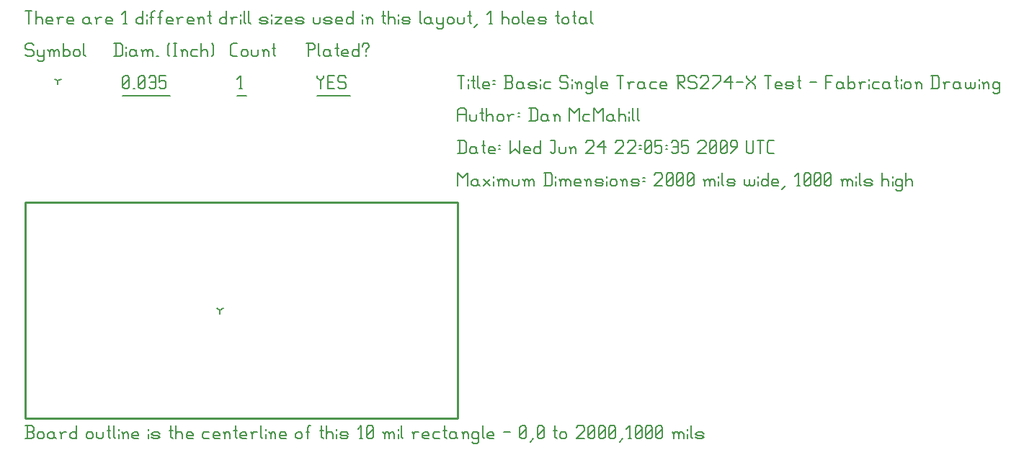
<source format=gbr>
G04 start of page 5 for group -3984 idx -3984 *
G04 Title: Basic Single Trace RS274-X Test, fab *
G04 Creator: pcb 1.99y *
G04 CreationDate: Wed Jun 24 22:05:35 2009 UTC *
G04 For: dan *
G04 Format: Gerber/RS-274X *
G04 PCB-Dimensions: 200000 100000 *
G04 PCB-Coordinate-Origin: lower left *
%MOIN*%
%FSLAX25Y25*%
%LNFAB*%
%ADD14C,0.0080*%
%ADD15C,0.0060*%
%ADD16C,0.0100*%
G54D14*X90000Y50000D02*Y48400D01*
Y50000D02*X91386Y50800D01*
X90000Y50000D02*X88614Y50800D01*
X15000Y156250D02*Y154650D01*
Y156250D02*X16386Y157050D01*
X15000Y156250D02*X13614Y157050D01*
G54D15*X135000Y158500D02*Y157750D01*
X136500Y156250D01*
X138000Y157750D01*
Y158500D02*Y157750D01*
X136500Y156250D02*Y152500D01*
X139801Y155500D02*X142051D01*
X139801Y152500D02*X142801D01*
X139801Y158500D02*Y152500D01*
Y158500D02*X142801D01*
X147603D02*X148353Y157750D01*
X145353Y158500D02*X147603D01*
X144603Y157750D02*X145353Y158500D01*
X144603Y157750D02*Y156250D01*
X145353Y155500D01*
X147603D01*
X148353Y154750D01*
Y153250D01*
X147603Y152500D02*X148353Y153250D01*
X145353Y152500D02*X147603D01*
X144603Y153250D02*X145353Y152500D01*
X135000Y149249D02*X150154D01*
X98750Y152500D02*X100250D01*
X99500Y158500D02*Y152500D01*
X98000Y157000D02*X99500Y158500D01*
X98000Y149249D02*X102051D01*
X45000Y153250D02*X45750Y152500D01*
X45000Y157750D02*Y153250D01*
Y157750D02*X45750Y158500D01*
X47250D01*
X48000Y157750D01*
Y153250D01*
X47250Y152500D02*X48000Y153250D01*
X45750Y152500D02*X47250D01*
X45000Y154000D02*X48000Y157000D01*
X49801Y152500D02*X50551D01*
X52353Y153250D02*X53103Y152500D01*
X52353Y157750D02*Y153250D01*
Y157750D02*X53103Y158500D01*
X54603D01*
X55353Y157750D01*
Y153250D01*
X54603Y152500D02*X55353Y153250D01*
X53103Y152500D02*X54603D01*
X52353Y154000D02*X55353Y157000D01*
X57154Y157750D02*X57904Y158500D01*
X59404D01*
X60154Y157750D01*
Y153250D01*
X59404Y152500D02*X60154Y153250D01*
X57904Y152500D02*X59404D01*
X57154Y153250D02*X57904Y152500D01*
Y155500D02*X60154D01*
X61956Y158500D02*X64956D01*
X61956D02*Y155500D01*
X62706Y156250D01*
X64206D01*
X64956Y155500D01*
Y153250D01*
X64206Y152500D02*X64956Y153250D01*
X62706Y152500D02*X64206D01*
X61956Y153250D02*X62706Y152500D01*
X45000Y149249D02*X66757D01*
X3000Y173500D02*X3750Y172750D01*
X750Y173500D02*X3000D01*
X0Y172750D02*X750Y173500D01*
X0Y172750D02*Y171250D01*
X750Y170500D01*
X3000D01*
X3750Y169750D01*
Y168250D01*
X3000Y167500D02*X3750Y168250D01*
X750Y167500D02*X3000D01*
X0Y168250D02*X750Y167500D01*
X5551Y170500D02*Y168250D01*
X6301Y167500D01*
X8551Y170500D02*Y166000D01*
X7801Y165250D02*X8551Y166000D01*
X6301Y165250D02*X7801D01*
X5551Y166000D02*X6301Y165250D01*
Y167500D02*X7801D01*
X8551Y168250D01*
X11103Y169750D02*Y167500D01*
Y169750D02*X11853Y170500D01*
X12603D01*
X13353Y169750D01*
Y167500D01*
Y169750D02*X14103Y170500D01*
X14853D01*
X15603Y169750D01*
Y167500D01*
X10353Y170500D02*X11103Y169750D01*
X17404Y173500D02*Y167500D01*
Y168250D02*X18154Y167500D01*
X19654D01*
X20404Y168250D01*
Y169750D02*Y168250D01*
X19654Y170500D02*X20404Y169750D01*
X18154Y170500D02*X19654D01*
X17404Y169750D02*X18154Y170500D01*
X22206Y169750D02*Y168250D01*
Y169750D02*X22956Y170500D01*
X24456D01*
X25206Y169750D01*
Y168250D01*
X24456Y167500D02*X25206Y168250D01*
X22956Y167500D02*X24456D01*
X22206Y168250D02*X22956Y167500D01*
X27007Y173500D02*Y168250D01*
X27757Y167500D01*
X41750Y173500D02*Y167500D01*
X44000Y173500D02*X44750Y172750D01*
Y168250D01*
X44000Y167500D02*X44750Y168250D01*
X41000Y167500D02*X44000D01*
X41000Y173500D02*X44000D01*
X46551Y172000D02*Y171250D01*
Y169750D02*Y167500D01*
X50303Y170500D02*X51053Y169750D01*
X48803Y170500D02*X50303D01*
X48053Y169750D02*X48803Y170500D01*
X48053Y169750D02*Y168250D01*
X48803Y167500D01*
X51053Y170500D02*Y168250D01*
X51803Y167500D01*
X48803D02*X50303D01*
X51053Y168250D01*
X54354Y169750D02*Y167500D01*
Y169750D02*X55104Y170500D01*
X55854D01*
X56604Y169750D01*
Y167500D01*
Y169750D02*X57354Y170500D01*
X58104D01*
X58854Y169750D01*
Y167500D01*
X53604Y170500D02*X54354Y169750D01*
X60656Y167500D02*X61406D01*
X65907Y168250D02*X66657Y167500D01*
X65907Y172750D02*X66657Y173500D01*
X65907Y172750D02*Y168250D01*
X68459Y173500D02*X69959D01*
X69209D02*Y167500D01*
X68459D02*X69959D01*
X72510Y169750D02*Y167500D01*
Y169750D02*X73260Y170500D01*
X74010D01*
X74760Y169750D01*
Y167500D01*
X71760Y170500D02*X72510Y169750D01*
X77312Y170500D02*X79562D01*
X76562Y169750D02*X77312Y170500D01*
X76562Y169750D02*Y168250D01*
X77312Y167500D01*
X79562D01*
X81363Y173500D02*Y167500D01*
Y169750D02*X82113Y170500D01*
X83613D01*
X84363Y169750D01*
Y167500D01*
X86165Y173500D02*X86915Y172750D01*
Y168250D01*
X86165Y167500D02*X86915Y168250D01*
X95750Y167500D02*X98000D01*
X95000Y168250D02*X95750Y167500D01*
X95000Y172750D02*Y168250D01*
Y172750D02*X95750Y173500D01*
X98000D01*
X99801Y169750D02*Y168250D01*
Y169750D02*X100551Y170500D01*
X102051D01*
X102801Y169750D01*
Y168250D01*
X102051Y167500D02*X102801Y168250D01*
X100551Y167500D02*X102051D01*
X99801Y168250D02*X100551Y167500D01*
X104603Y170500D02*Y168250D01*
X105353Y167500D01*
X106853D01*
X107603Y168250D01*
Y170500D02*Y168250D01*
X110154Y169750D02*Y167500D01*
Y169750D02*X110904Y170500D01*
X111654D01*
X112404Y169750D01*
Y167500D01*
X109404Y170500D02*X110154Y169750D01*
X114956Y173500D02*Y168250D01*
X115706Y167500D01*
X114206Y171250D02*X115706D01*
X130750Y173500D02*Y167500D01*
X130000Y173500D02*X133000D01*
X133750Y172750D01*
Y171250D01*
X133000Y170500D02*X133750Y171250D01*
X130750Y170500D02*X133000D01*
X135551Y173500D02*Y168250D01*
X136301Y167500D01*
X140053Y170500D02*X140803Y169750D01*
X138553Y170500D02*X140053D01*
X137803Y169750D02*X138553Y170500D01*
X137803Y169750D02*Y168250D01*
X138553Y167500D01*
X140803Y170500D02*Y168250D01*
X141553Y167500D01*
X138553D02*X140053D01*
X140803Y168250D01*
X144104Y173500D02*Y168250D01*
X144854Y167500D01*
X143354Y171250D02*X144854D01*
X147106Y167500D02*X149356D01*
X146356Y168250D02*X147106Y167500D01*
X146356Y169750D02*Y168250D01*
Y169750D02*X147106Y170500D01*
X148606D01*
X149356Y169750D01*
X146356Y169000D02*X149356D01*
Y169750D02*Y169000D01*
X154157Y173500D02*Y167500D01*
X153407D02*X154157Y168250D01*
X151907Y167500D02*X153407D01*
X151157Y168250D02*X151907Y167500D01*
X151157Y169750D02*Y168250D01*
Y169750D02*X151907Y170500D01*
X153407D01*
X154157Y169750D01*
X157459Y170500D02*Y169750D01*
Y168250D02*Y167500D01*
X155959Y172750D02*Y172000D01*
Y172750D02*X156709Y173500D01*
X158209D01*
X158959Y172750D01*
Y172000D01*
X157459Y170500D02*X158959Y172000D01*
X0Y188500D02*X3000D01*
X1500D02*Y182500D01*
X4801Y188500D02*Y182500D01*
Y184750D02*X5551Y185500D01*
X7051D01*
X7801Y184750D01*
Y182500D01*
X10353D02*X12603D01*
X9603Y183250D02*X10353Y182500D01*
X9603Y184750D02*Y183250D01*
Y184750D02*X10353Y185500D01*
X11853D01*
X12603Y184750D01*
X9603Y184000D02*X12603D01*
Y184750D02*Y184000D01*
X15154Y184750D02*Y182500D01*
Y184750D02*X15904Y185500D01*
X17404D01*
X14404D02*X15154Y184750D01*
X19956Y182500D02*X22206D01*
X19206Y183250D02*X19956Y182500D01*
X19206Y184750D02*Y183250D01*
Y184750D02*X19956Y185500D01*
X21456D01*
X22206Y184750D01*
X19206Y184000D02*X22206D01*
Y184750D02*Y184000D01*
X28957Y185500D02*X29707Y184750D01*
X27457Y185500D02*X28957D01*
X26707Y184750D02*X27457Y185500D01*
X26707Y184750D02*Y183250D01*
X27457Y182500D01*
X29707Y185500D02*Y183250D01*
X30457Y182500D01*
X27457D02*X28957D01*
X29707Y183250D01*
X33009Y184750D02*Y182500D01*
Y184750D02*X33759Y185500D01*
X35259D01*
X32259D02*X33009Y184750D01*
X37810Y182500D02*X40060D01*
X37060Y183250D02*X37810Y182500D01*
X37060Y184750D02*Y183250D01*
Y184750D02*X37810Y185500D01*
X39310D01*
X40060Y184750D01*
X37060Y184000D02*X40060D01*
Y184750D02*Y184000D01*
X45312Y182500D02*X46812D01*
X46062Y188500D02*Y182500D01*
X44562Y187000D02*X46062Y188500D01*
X54313D02*Y182500D01*
X53563D02*X54313Y183250D01*
X52063Y182500D02*X53563D01*
X51313Y183250D02*X52063Y182500D01*
X51313Y184750D02*Y183250D01*
Y184750D02*X52063Y185500D01*
X53563D01*
X54313Y184750D01*
X56115Y187000D02*Y186250D01*
Y184750D02*Y182500D01*
X58366Y187750D02*Y182500D01*
Y187750D02*X59116Y188500D01*
X59866D01*
X57616Y185500D02*X59116D01*
X62118Y187750D02*Y182500D01*
Y187750D02*X62868Y188500D01*
X63618D01*
X61368Y185500D02*X62868D01*
X65869Y182500D02*X68119D01*
X65119Y183250D02*X65869Y182500D01*
X65119Y184750D02*Y183250D01*
Y184750D02*X65869Y185500D01*
X67369D01*
X68119Y184750D01*
X65119Y184000D02*X68119D01*
Y184750D02*Y184000D01*
X70671Y184750D02*Y182500D01*
Y184750D02*X71421Y185500D01*
X72921D01*
X69921D02*X70671Y184750D01*
X75472Y182500D02*X77722D01*
X74722Y183250D02*X75472Y182500D01*
X74722Y184750D02*Y183250D01*
Y184750D02*X75472Y185500D01*
X76972D01*
X77722Y184750D01*
X74722Y184000D02*X77722D01*
Y184750D02*Y184000D01*
X80274Y184750D02*Y182500D01*
Y184750D02*X81024Y185500D01*
X81774D01*
X82524Y184750D01*
Y182500D01*
X79524Y185500D02*X80274Y184750D01*
X85075Y188500D02*Y183250D01*
X85825Y182500D01*
X84325Y186250D02*X85825D01*
X93027Y188500D02*Y182500D01*
X92277D02*X93027Y183250D01*
X90777Y182500D02*X92277D01*
X90027Y183250D02*X90777Y182500D01*
X90027Y184750D02*Y183250D01*
Y184750D02*X90777Y185500D01*
X92277D01*
X93027Y184750D01*
X95578D02*Y182500D01*
Y184750D02*X96328Y185500D01*
X97828D01*
X94828D02*X95578Y184750D01*
X99630Y187000D02*Y186250D01*
Y184750D02*Y182500D01*
X101131Y188500D02*Y183250D01*
X101881Y182500D01*
X103383Y188500D02*Y183250D01*
X104133Y182500D01*
X109084D02*X111334D01*
X112084Y183250D01*
X111334Y184000D02*X112084Y183250D01*
X109084Y184000D02*X111334D01*
X108334Y184750D02*X109084Y184000D01*
X108334Y184750D02*X109084Y185500D01*
X111334D01*
X112084Y184750D01*
X108334Y183250D02*X109084Y182500D01*
X113886Y187000D02*Y186250D01*
Y184750D02*Y182500D01*
X115387Y185500D02*X118387D01*
X115387Y182500D02*X118387Y185500D01*
X115387Y182500D02*X118387D01*
X120939D02*X123189D01*
X120189Y183250D02*X120939Y182500D01*
X120189Y184750D02*Y183250D01*
Y184750D02*X120939Y185500D01*
X122439D01*
X123189Y184750D01*
X120189Y184000D02*X123189D01*
Y184750D02*Y184000D01*
X125740Y182500D02*X127990D01*
X128740Y183250D01*
X127990Y184000D02*X128740Y183250D01*
X125740Y184000D02*X127990D01*
X124990Y184750D02*X125740Y184000D01*
X124990Y184750D02*X125740Y185500D01*
X127990D01*
X128740Y184750D01*
X124990Y183250D02*X125740Y182500D01*
X133242Y185500D02*Y183250D01*
X133992Y182500D01*
X135492D01*
X136242Y183250D01*
Y185500D02*Y183250D01*
X138793Y182500D02*X141043D01*
X141793Y183250D01*
X141043Y184000D02*X141793Y183250D01*
X138793Y184000D02*X141043D01*
X138043Y184750D02*X138793Y184000D01*
X138043Y184750D02*X138793Y185500D01*
X141043D01*
X141793Y184750D01*
X138043Y183250D02*X138793Y182500D01*
X144345D02*X146595D01*
X143595Y183250D02*X144345Y182500D01*
X143595Y184750D02*Y183250D01*
Y184750D02*X144345Y185500D01*
X145845D01*
X146595Y184750D01*
X143595Y184000D02*X146595D01*
Y184750D02*Y184000D01*
X151396Y188500D02*Y182500D01*
X150646D02*X151396Y183250D01*
X149146Y182500D02*X150646D01*
X148396Y183250D02*X149146Y182500D01*
X148396Y184750D02*Y183250D01*
Y184750D02*X149146Y185500D01*
X150646D01*
X151396Y184750D01*
X155898Y187000D02*Y186250D01*
Y184750D02*Y182500D01*
X158149Y184750D02*Y182500D01*
Y184750D02*X158899Y185500D01*
X159649D01*
X160399Y184750D01*
Y182500D01*
X157399Y185500D02*X158149Y184750D01*
X165651Y188500D02*Y183250D01*
X166401Y182500D01*
X164901Y186250D02*X166401D01*
X167902Y188500D02*Y182500D01*
Y184750D02*X168652Y185500D01*
X170152D01*
X170902Y184750D01*
Y182500D01*
X172704Y187000D02*Y186250D01*
Y184750D02*Y182500D01*
X174955D02*X177205D01*
X177955Y183250D01*
X177205Y184000D02*X177955Y183250D01*
X174955Y184000D02*X177205D01*
X174205Y184750D02*X174955Y184000D01*
X174205Y184750D02*X174955Y185500D01*
X177205D01*
X177955Y184750D01*
X174205Y183250D02*X174955Y182500D01*
X182457Y188500D02*Y183250D01*
X183207Y182500D01*
X186958Y185500D02*X187708Y184750D01*
X185458Y185500D02*X186958D01*
X184708Y184750D02*X185458Y185500D01*
X184708Y184750D02*Y183250D01*
X185458Y182500D01*
X187708Y185500D02*Y183250D01*
X188458Y182500D01*
X185458D02*X186958D01*
X187708Y183250D01*
X190260Y185500D02*Y183250D01*
X191010Y182500D01*
X193260Y185500D02*Y181000D01*
X192510Y180250D02*X193260Y181000D01*
X191010Y180250D02*X192510D01*
X190260Y181000D02*X191010Y180250D01*
Y182500D02*X192510D01*
X193260Y183250D01*
X195061Y184750D02*Y183250D01*
Y184750D02*X195811Y185500D01*
X197311D01*
X198061Y184750D01*
Y183250D01*
X197311Y182500D02*X198061Y183250D01*
X195811Y182500D02*X197311D01*
X195061Y183250D02*X195811Y182500D01*
X199863Y185500D02*Y183250D01*
X200613Y182500D01*
X202113D01*
X202863Y183250D01*
Y185500D02*Y183250D01*
X205414Y188500D02*Y183250D01*
X206164Y182500D01*
X204664Y186250D02*X206164D01*
X207666Y181000D02*X209166Y182500D01*
X214417D02*X215917D01*
X215167Y188500D02*Y182500D01*
X213667Y187000D02*X215167Y188500D01*
X220419D02*Y182500D01*
Y184750D02*X221169Y185500D01*
X222669D01*
X223419Y184750D01*
Y182500D01*
X225220Y184750D02*Y183250D01*
Y184750D02*X225970Y185500D01*
X227470D01*
X228220Y184750D01*
Y183250D01*
X227470Y182500D02*X228220Y183250D01*
X225970Y182500D02*X227470D01*
X225220Y183250D02*X225970Y182500D01*
X230022Y188500D02*Y183250D01*
X230772Y182500D01*
X233023D02*X235273D01*
X232273Y183250D02*X233023Y182500D01*
X232273Y184750D02*Y183250D01*
Y184750D02*X233023Y185500D01*
X234523D01*
X235273Y184750D01*
X232273Y184000D02*X235273D01*
Y184750D02*Y184000D01*
X237825Y182500D02*X240075D01*
X240825Y183250D01*
X240075Y184000D02*X240825Y183250D01*
X237825Y184000D02*X240075D01*
X237075Y184750D02*X237825Y184000D01*
X237075Y184750D02*X237825Y185500D01*
X240075D01*
X240825Y184750D01*
X237075Y183250D02*X237825Y182500D01*
X246076Y188500D02*Y183250D01*
X246826Y182500D01*
X245326Y186250D02*X246826D01*
X248328Y184750D02*Y183250D01*
Y184750D02*X249078Y185500D01*
X250578D01*
X251328Y184750D01*
Y183250D01*
X250578Y182500D02*X251328Y183250D01*
X249078Y182500D02*X250578D01*
X248328Y183250D02*X249078Y182500D01*
X253879Y188500D02*Y183250D01*
X254629Y182500D01*
X253129Y186250D02*X254629D01*
X258381Y185500D02*X259131Y184750D01*
X256881Y185500D02*X258381D01*
X256131Y184750D02*X256881Y185500D01*
X256131Y184750D02*Y183250D01*
X256881Y182500D01*
X259131Y185500D02*Y183250D01*
X259881Y182500D01*
X256881D02*X258381D01*
X259131Y183250D01*
X261682Y188500D02*Y183250D01*
X262432Y182500D01*
G54D16*X0Y100000D02*X200000D01*
X0D02*Y0D01*
X200000Y100000D02*Y0D01*
X0D02*X200000D01*
G54D15*Y113500D02*Y107500D01*
Y113500D02*X202250Y111250D01*
X204500Y113500D01*
Y107500D01*
X208551Y110500D02*X209301Y109750D01*
X207051Y110500D02*X208551D01*
X206301Y109750D02*X207051Y110500D01*
X206301Y109750D02*Y108250D01*
X207051Y107500D01*
X209301Y110500D02*Y108250D01*
X210051Y107500D01*
X207051D02*X208551D01*
X209301Y108250D01*
X211853Y110500D02*X214853Y107500D01*
X211853D02*X214853Y110500D01*
X216654Y112000D02*Y111250D01*
Y109750D02*Y107500D01*
X218906Y109750D02*Y107500D01*
Y109750D02*X219656Y110500D01*
X220406D01*
X221156Y109750D01*
Y107500D01*
Y109750D02*X221906Y110500D01*
X222656D01*
X223406Y109750D01*
Y107500D01*
X218156Y110500D02*X218906Y109750D01*
X225207Y110500D02*Y108250D01*
X225957Y107500D01*
X227457D01*
X228207Y108250D01*
Y110500D02*Y108250D01*
X230759Y109750D02*Y107500D01*
Y109750D02*X231509Y110500D01*
X232259D01*
X233009Y109750D01*
Y107500D01*
Y109750D02*X233759Y110500D01*
X234509D01*
X235259Y109750D01*
Y107500D01*
X230009Y110500D02*X230759Y109750D01*
X240510Y113500D02*Y107500D01*
X242760Y113500D02*X243510Y112750D01*
Y108250D01*
X242760Y107500D02*X243510Y108250D01*
X239760Y107500D02*X242760D01*
X239760Y113500D02*X242760D01*
X245312Y112000D02*Y111250D01*
Y109750D02*Y107500D01*
X247563Y109750D02*Y107500D01*
Y109750D02*X248313Y110500D01*
X249063D01*
X249813Y109750D01*
Y107500D01*
Y109750D02*X250563Y110500D01*
X251313D01*
X252063Y109750D01*
Y107500D01*
X246813Y110500D02*X247563Y109750D01*
X254615Y107500D02*X256865D01*
X253865Y108250D02*X254615Y107500D01*
X253865Y109750D02*Y108250D01*
Y109750D02*X254615Y110500D01*
X256115D01*
X256865Y109750D01*
X253865Y109000D02*X256865D01*
Y109750D02*Y109000D01*
X259416Y109750D02*Y107500D01*
Y109750D02*X260166Y110500D01*
X260916D01*
X261666Y109750D01*
Y107500D01*
X258666Y110500D02*X259416Y109750D01*
X264218Y107500D02*X266468D01*
X267218Y108250D01*
X266468Y109000D02*X267218Y108250D01*
X264218Y109000D02*X266468D01*
X263468Y109750D02*X264218Y109000D01*
X263468Y109750D02*X264218Y110500D01*
X266468D01*
X267218Y109750D01*
X263468Y108250D02*X264218Y107500D01*
X269019Y112000D02*Y111250D01*
Y109750D02*Y107500D01*
X270521Y109750D02*Y108250D01*
Y109750D02*X271271Y110500D01*
X272771D01*
X273521Y109750D01*
Y108250D01*
X272771Y107500D02*X273521Y108250D01*
X271271Y107500D02*X272771D01*
X270521Y108250D02*X271271Y107500D01*
X276072Y109750D02*Y107500D01*
Y109750D02*X276822Y110500D01*
X277572D01*
X278322Y109750D01*
Y107500D01*
X275322Y110500D02*X276072Y109750D01*
X280874Y107500D02*X283124D01*
X283874Y108250D01*
X283124Y109000D02*X283874Y108250D01*
X280874Y109000D02*X283124D01*
X280124Y109750D02*X280874Y109000D01*
X280124Y109750D02*X280874Y110500D01*
X283124D01*
X283874Y109750D01*
X280124Y108250D02*X280874Y107500D01*
X285675Y111250D02*X286425D01*
X285675Y109750D02*X286425D01*
X290927Y112750D02*X291677Y113500D01*
X293927D01*
X294677Y112750D01*
Y111250D01*
X290927Y107500D02*X294677Y111250D01*
X290927Y107500D02*X294677D01*
X296478Y108250D02*X297228Y107500D01*
X296478Y112750D02*Y108250D01*
Y112750D02*X297228Y113500D01*
X298728D01*
X299478Y112750D01*
Y108250D01*
X298728Y107500D02*X299478Y108250D01*
X297228Y107500D02*X298728D01*
X296478Y109000D02*X299478Y112000D01*
X301280Y108250D02*X302030Y107500D01*
X301280Y112750D02*Y108250D01*
Y112750D02*X302030Y113500D01*
X303530D01*
X304280Y112750D01*
Y108250D01*
X303530Y107500D02*X304280Y108250D01*
X302030Y107500D02*X303530D01*
X301280Y109000D02*X304280Y112000D01*
X306081Y108250D02*X306831Y107500D01*
X306081Y112750D02*Y108250D01*
Y112750D02*X306831Y113500D01*
X308331D01*
X309081Y112750D01*
Y108250D01*
X308331Y107500D02*X309081Y108250D01*
X306831Y107500D02*X308331D01*
X306081Y109000D02*X309081Y112000D01*
X314333Y109750D02*Y107500D01*
Y109750D02*X315083Y110500D01*
X315833D01*
X316583Y109750D01*
Y107500D01*
Y109750D02*X317333Y110500D01*
X318083D01*
X318833Y109750D01*
Y107500D01*
X313583Y110500D02*X314333Y109750D01*
X320634Y112000D02*Y111250D01*
Y109750D02*Y107500D01*
X322136Y113500D02*Y108250D01*
X322886Y107500D01*
X325137D02*X327387D01*
X328137Y108250D01*
X327387Y109000D02*X328137Y108250D01*
X325137Y109000D02*X327387D01*
X324387Y109750D02*X325137Y109000D01*
X324387Y109750D02*X325137Y110500D01*
X327387D01*
X328137Y109750D01*
X324387Y108250D02*X325137Y107500D01*
X332639Y110500D02*Y108250D01*
X333389Y107500D01*
X334139D01*
X334889Y108250D01*
Y110500D02*Y108250D01*
X335639Y107500D01*
X336389D01*
X337139Y108250D01*
Y110500D02*Y108250D01*
X338940Y112000D02*Y111250D01*
Y109750D02*Y107500D01*
X343442Y113500D02*Y107500D01*
X342692D02*X343442Y108250D01*
X341192Y107500D02*X342692D01*
X340442Y108250D02*X341192Y107500D01*
X340442Y109750D02*Y108250D01*
Y109750D02*X341192Y110500D01*
X342692D01*
X343442Y109750D01*
X345993Y107500D02*X348243D01*
X345243Y108250D02*X345993Y107500D01*
X345243Y109750D02*Y108250D01*
Y109750D02*X345993Y110500D01*
X347493D01*
X348243Y109750D01*
X345243Y109000D02*X348243D01*
Y109750D02*Y109000D01*
X350045Y106000D02*X351545Y107500D01*
X356796D02*X358296D01*
X357546Y113500D02*Y107500D01*
X356046Y112000D02*X357546Y113500D01*
X360098Y108250D02*X360848Y107500D01*
X360098Y112750D02*Y108250D01*
Y112750D02*X360848Y113500D01*
X362348D01*
X363098Y112750D01*
Y108250D01*
X362348Y107500D02*X363098Y108250D01*
X360848Y107500D02*X362348D01*
X360098Y109000D02*X363098Y112000D01*
X364899Y108250D02*X365649Y107500D01*
X364899Y112750D02*Y108250D01*
Y112750D02*X365649Y113500D01*
X367149D01*
X367899Y112750D01*
Y108250D01*
X367149Y107500D02*X367899Y108250D01*
X365649Y107500D02*X367149D01*
X364899Y109000D02*X367899Y112000D01*
X369701Y108250D02*X370451Y107500D01*
X369701Y112750D02*Y108250D01*
Y112750D02*X370451Y113500D01*
X371951D01*
X372701Y112750D01*
Y108250D01*
X371951Y107500D02*X372701Y108250D01*
X370451Y107500D02*X371951D01*
X369701Y109000D02*X372701Y112000D01*
X377952Y109750D02*Y107500D01*
Y109750D02*X378702Y110500D01*
X379452D01*
X380202Y109750D01*
Y107500D01*
Y109750D02*X380952Y110500D01*
X381702D01*
X382452Y109750D01*
Y107500D01*
X377202Y110500D02*X377952Y109750D01*
X384254Y112000D02*Y111250D01*
Y109750D02*Y107500D01*
X385755Y113500D02*Y108250D01*
X386505Y107500D01*
X388757D02*X391007D01*
X391757Y108250D01*
X391007Y109000D02*X391757Y108250D01*
X388757Y109000D02*X391007D01*
X388007Y109750D02*X388757Y109000D01*
X388007Y109750D02*X388757Y110500D01*
X391007D01*
X391757Y109750D01*
X388007Y108250D02*X388757Y107500D01*
X396258Y113500D02*Y107500D01*
Y109750D02*X397008Y110500D01*
X398508D01*
X399258Y109750D01*
Y107500D01*
X401060Y112000D02*Y111250D01*
Y109750D02*Y107500D01*
X404811Y110500D02*X405561Y109750D01*
X403311Y110500D02*X404811D01*
X402561Y109750D02*X403311Y110500D01*
X402561Y109750D02*Y108250D01*
X403311Y107500D01*
X404811D01*
X405561Y108250D01*
X402561Y106000D02*X403311Y105250D01*
X404811D01*
X405561Y106000D01*
Y110500D02*Y106000D01*
X407363Y113500D02*Y107500D01*
Y109750D02*X408113Y110500D01*
X409613D01*
X410363Y109750D01*
Y107500D01*
X0Y-9500D02*X3000D01*
X3750Y-8750D01*
Y-7250D02*Y-8750D01*
X3000Y-6500D02*X3750Y-7250D01*
X750Y-6500D02*X3000D01*
X750Y-3500D02*Y-9500D01*
X0Y-3500D02*X3000D01*
X3750Y-4250D01*
Y-5750D01*
X3000Y-6500D02*X3750Y-5750D01*
X5551Y-7250D02*Y-8750D01*
Y-7250D02*X6301Y-6500D01*
X7801D01*
X8551Y-7250D01*
Y-8750D01*
X7801Y-9500D02*X8551Y-8750D01*
X6301Y-9500D02*X7801D01*
X5551Y-8750D02*X6301Y-9500D01*
X12603Y-6500D02*X13353Y-7250D01*
X11103Y-6500D02*X12603D01*
X10353Y-7250D02*X11103Y-6500D01*
X10353Y-7250D02*Y-8750D01*
X11103Y-9500D01*
X13353Y-6500D02*Y-8750D01*
X14103Y-9500D01*
X11103D02*X12603D01*
X13353Y-8750D01*
X16654Y-7250D02*Y-9500D01*
Y-7250D02*X17404Y-6500D01*
X18904D01*
X15904D02*X16654Y-7250D01*
X23706Y-3500D02*Y-9500D01*
X22956D02*X23706Y-8750D01*
X21456Y-9500D02*X22956D01*
X20706Y-8750D02*X21456Y-9500D01*
X20706Y-7250D02*Y-8750D01*
Y-7250D02*X21456Y-6500D01*
X22956D01*
X23706Y-7250D01*
X28207D02*Y-8750D01*
Y-7250D02*X28957Y-6500D01*
X30457D01*
X31207Y-7250D01*
Y-8750D01*
X30457Y-9500D02*X31207Y-8750D01*
X28957Y-9500D02*X30457D01*
X28207Y-8750D02*X28957Y-9500D01*
X33009Y-6500D02*Y-8750D01*
X33759Y-9500D01*
X35259D01*
X36009Y-8750D01*
Y-6500D02*Y-8750D01*
X38560Y-3500D02*Y-8750D01*
X39310Y-9500D01*
X37810Y-5750D02*X39310D01*
X40812Y-3500D02*Y-8750D01*
X41562Y-9500D01*
X43063Y-5000D02*Y-5750D01*
Y-7250D02*Y-9500D01*
X45315Y-7250D02*Y-9500D01*
Y-7250D02*X46065Y-6500D01*
X46815D01*
X47565Y-7250D01*
Y-9500D01*
X44565Y-6500D02*X45315Y-7250D01*
X50116Y-9500D02*X52366D01*
X49366Y-8750D02*X50116Y-9500D01*
X49366Y-7250D02*Y-8750D01*
Y-7250D02*X50116Y-6500D01*
X51616D01*
X52366Y-7250D01*
X49366Y-8000D02*X52366D01*
Y-7250D02*Y-8000D01*
X56868Y-5000D02*Y-5750D01*
Y-7250D02*Y-9500D01*
X59119D02*X61369D01*
X62119Y-8750D01*
X61369Y-8000D02*X62119Y-8750D01*
X59119Y-8000D02*X61369D01*
X58369Y-7250D02*X59119Y-8000D01*
X58369Y-7250D02*X59119Y-6500D01*
X61369D01*
X62119Y-7250D01*
X58369Y-8750D02*X59119Y-9500D01*
X67371Y-3500D02*Y-8750D01*
X68121Y-9500D01*
X66621Y-5750D02*X68121D01*
X69622Y-3500D02*Y-9500D01*
Y-7250D02*X70372Y-6500D01*
X71872D01*
X72622Y-7250D01*
Y-9500D01*
X75174D02*X77424D01*
X74424Y-8750D02*X75174Y-9500D01*
X74424Y-7250D02*Y-8750D01*
Y-7250D02*X75174Y-6500D01*
X76674D01*
X77424Y-7250D01*
X74424Y-8000D02*X77424D01*
Y-7250D02*Y-8000D01*
X82675Y-6500D02*X84925D01*
X81925Y-7250D02*X82675Y-6500D01*
X81925Y-7250D02*Y-8750D01*
X82675Y-9500D01*
X84925D01*
X87477D02*X89727D01*
X86727Y-8750D02*X87477Y-9500D01*
X86727Y-7250D02*Y-8750D01*
Y-7250D02*X87477Y-6500D01*
X88977D01*
X89727Y-7250D01*
X86727Y-8000D02*X89727D01*
Y-7250D02*Y-8000D01*
X92278Y-7250D02*Y-9500D01*
Y-7250D02*X93028Y-6500D01*
X93778D01*
X94528Y-7250D01*
Y-9500D01*
X91528Y-6500D02*X92278Y-7250D01*
X97080Y-3500D02*Y-8750D01*
X97830Y-9500D01*
X96330Y-5750D02*X97830D01*
X100081Y-9500D02*X102331D01*
X99331Y-8750D02*X100081Y-9500D01*
X99331Y-7250D02*Y-8750D01*
Y-7250D02*X100081Y-6500D01*
X101581D01*
X102331Y-7250D01*
X99331Y-8000D02*X102331D01*
Y-7250D02*Y-8000D01*
X104883Y-7250D02*Y-9500D01*
Y-7250D02*X105633Y-6500D01*
X107133D01*
X104133D02*X104883Y-7250D01*
X108934Y-3500D02*Y-8750D01*
X109684Y-9500D01*
X111186Y-5000D02*Y-5750D01*
Y-7250D02*Y-9500D01*
X113437Y-7250D02*Y-9500D01*
Y-7250D02*X114187Y-6500D01*
X114937D01*
X115687Y-7250D01*
Y-9500D01*
X112687Y-6500D02*X113437Y-7250D01*
X118239Y-9500D02*X120489D01*
X117489Y-8750D02*X118239Y-9500D01*
X117489Y-7250D02*Y-8750D01*
Y-7250D02*X118239Y-6500D01*
X119739D01*
X120489Y-7250D01*
X117489Y-8000D02*X120489D01*
Y-7250D02*Y-8000D01*
X124990Y-7250D02*Y-8750D01*
Y-7250D02*X125740Y-6500D01*
X127240D01*
X127990Y-7250D01*
Y-8750D01*
X127240Y-9500D02*X127990Y-8750D01*
X125740Y-9500D02*X127240D01*
X124990Y-8750D02*X125740Y-9500D01*
X130542Y-4250D02*Y-9500D01*
Y-4250D02*X131292Y-3500D01*
X132042D01*
X129792Y-6500D02*X131292D01*
X136993Y-3500D02*Y-8750D01*
X137743Y-9500D01*
X136243Y-5750D02*X137743D01*
X139245Y-3500D02*Y-9500D01*
Y-7250D02*X139995Y-6500D01*
X141495D01*
X142245Y-7250D01*
Y-9500D01*
X144046Y-5000D02*Y-5750D01*
Y-7250D02*Y-9500D01*
X146298D02*X148548D01*
X149298Y-8750D01*
X148548Y-8000D02*X149298Y-8750D01*
X146298Y-8000D02*X148548D01*
X145548Y-7250D02*X146298Y-8000D01*
X145548Y-7250D02*X146298Y-6500D01*
X148548D01*
X149298Y-7250D01*
X145548Y-8750D02*X146298Y-9500D01*
X154549D02*X156049D01*
X155299Y-3500D02*Y-9500D01*
X153799Y-5000D02*X155299Y-3500D01*
X157851Y-8750D02*X158601Y-9500D01*
X157851Y-4250D02*Y-8750D01*
Y-4250D02*X158601Y-3500D01*
X160101D01*
X160851Y-4250D01*
Y-8750D01*
X160101Y-9500D02*X160851Y-8750D01*
X158601Y-9500D02*X160101D01*
X157851Y-8000D02*X160851Y-5000D01*
X166102Y-7250D02*Y-9500D01*
Y-7250D02*X166852Y-6500D01*
X167602D01*
X168352Y-7250D01*
Y-9500D01*
Y-7250D02*X169102Y-6500D01*
X169852D01*
X170602Y-7250D01*
Y-9500D01*
X165352Y-6500D02*X166102Y-7250D01*
X172404Y-5000D02*Y-5750D01*
Y-7250D02*Y-9500D01*
X173905Y-3500D02*Y-8750D01*
X174655Y-9500D01*
X179607Y-7250D02*Y-9500D01*
Y-7250D02*X180357Y-6500D01*
X181857D01*
X178857D02*X179607Y-7250D01*
X184408Y-9500D02*X186658D01*
X183658Y-8750D02*X184408Y-9500D01*
X183658Y-7250D02*Y-8750D01*
Y-7250D02*X184408Y-6500D01*
X185908D01*
X186658Y-7250D01*
X183658Y-8000D02*X186658D01*
Y-7250D02*Y-8000D01*
X189210Y-6500D02*X191460D01*
X188460Y-7250D02*X189210Y-6500D01*
X188460Y-7250D02*Y-8750D01*
X189210Y-9500D01*
X191460D01*
X194011Y-3500D02*Y-8750D01*
X194761Y-9500D01*
X193261Y-5750D02*X194761D01*
X198513Y-6500D02*X199263Y-7250D01*
X197013Y-6500D02*X198513D01*
X196263Y-7250D02*X197013Y-6500D01*
X196263Y-7250D02*Y-8750D01*
X197013Y-9500D01*
X199263Y-6500D02*Y-8750D01*
X200013Y-9500D01*
X197013D02*X198513D01*
X199263Y-8750D01*
X202564Y-7250D02*Y-9500D01*
Y-7250D02*X203314Y-6500D01*
X204064D01*
X204814Y-7250D01*
Y-9500D01*
X201814Y-6500D02*X202564Y-7250D01*
X208866Y-6500D02*X209616Y-7250D01*
X207366Y-6500D02*X208866D01*
X206616Y-7250D02*X207366Y-6500D01*
X206616Y-7250D02*Y-8750D01*
X207366Y-9500D01*
X208866D01*
X209616Y-8750D01*
X206616Y-11000D02*X207366Y-11750D01*
X208866D01*
X209616Y-11000D01*
Y-6500D02*Y-11000D01*
X211417Y-3500D02*Y-8750D01*
X212167Y-9500D01*
X214419D02*X216669D01*
X213669Y-8750D02*X214419Y-9500D01*
X213669Y-7250D02*Y-8750D01*
Y-7250D02*X214419Y-6500D01*
X215919D01*
X216669Y-7250D01*
X213669Y-8000D02*X216669D01*
Y-7250D02*Y-8000D01*
X221170Y-6500D02*X224170D01*
X228672Y-8750D02*X229422Y-9500D01*
X228672Y-4250D02*Y-8750D01*
Y-4250D02*X229422Y-3500D01*
X230922D01*
X231672Y-4250D01*
Y-8750D01*
X230922Y-9500D02*X231672Y-8750D01*
X229422Y-9500D02*X230922D01*
X228672Y-8000D02*X231672Y-5000D01*
X233473Y-11000D02*X234973Y-9500D01*
X236775Y-8750D02*X237525Y-9500D01*
X236775Y-4250D02*Y-8750D01*
Y-4250D02*X237525Y-3500D01*
X239025D01*
X239775Y-4250D01*
Y-8750D01*
X239025Y-9500D02*X239775Y-8750D01*
X237525Y-9500D02*X239025D01*
X236775Y-8000D02*X239775Y-5000D01*
X245026Y-3500D02*Y-8750D01*
X245776Y-9500D01*
X244276Y-5750D02*X245776D01*
X247278Y-7250D02*Y-8750D01*
Y-7250D02*X248028Y-6500D01*
X249528D01*
X250278Y-7250D01*
Y-8750D01*
X249528Y-9500D02*X250278Y-8750D01*
X248028Y-9500D02*X249528D01*
X247278Y-8750D02*X248028Y-9500D01*
X254779Y-4250D02*X255529Y-3500D01*
X257779D01*
X258529Y-4250D01*
Y-5750D01*
X254779Y-9500D02*X258529Y-5750D01*
X254779Y-9500D02*X258529D01*
X260331Y-8750D02*X261081Y-9500D01*
X260331Y-4250D02*Y-8750D01*
Y-4250D02*X261081Y-3500D01*
X262581D01*
X263331Y-4250D01*
Y-8750D01*
X262581Y-9500D02*X263331Y-8750D01*
X261081Y-9500D02*X262581D01*
X260331Y-8000D02*X263331Y-5000D01*
X265132Y-8750D02*X265882Y-9500D01*
X265132Y-4250D02*Y-8750D01*
Y-4250D02*X265882Y-3500D01*
X267382D01*
X268132Y-4250D01*
Y-8750D01*
X267382Y-9500D02*X268132Y-8750D01*
X265882Y-9500D02*X267382D01*
X265132Y-8000D02*X268132Y-5000D01*
X269934Y-8750D02*X270684Y-9500D01*
X269934Y-4250D02*Y-8750D01*
Y-4250D02*X270684Y-3500D01*
X272184D01*
X272934Y-4250D01*
Y-8750D01*
X272184Y-9500D02*X272934Y-8750D01*
X270684Y-9500D02*X272184D01*
X269934Y-8000D02*X272934Y-5000D01*
X274735Y-11000D02*X276235Y-9500D01*
X278787D02*X280287D01*
X279537Y-3500D02*Y-9500D01*
X278037Y-5000D02*X279537Y-3500D01*
X282088Y-8750D02*X282838Y-9500D01*
X282088Y-4250D02*Y-8750D01*
Y-4250D02*X282838Y-3500D01*
X284338D01*
X285088Y-4250D01*
Y-8750D01*
X284338Y-9500D02*X285088Y-8750D01*
X282838Y-9500D02*X284338D01*
X282088Y-8000D02*X285088Y-5000D01*
X286890Y-8750D02*X287640Y-9500D01*
X286890Y-4250D02*Y-8750D01*
Y-4250D02*X287640Y-3500D01*
X289140D01*
X289890Y-4250D01*
Y-8750D01*
X289140Y-9500D02*X289890Y-8750D01*
X287640Y-9500D02*X289140D01*
X286890Y-8000D02*X289890Y-5000D01*
X291691Y-8750D02*X292441Y-9500D01*
X291691Y-4250D02*Y-8750D01*
Y-4250D02*X292441Y-3500D01*
X293941D01*
X294691Y-4250D01*
Y-8750D01*
X293941Y-9500D02*X294691Y-8750D01*
X292441Y-9500D02*X293941D01*
X291691Y-8000D02*X294691Y-5000D01*
X299943Y-7250D02*Y-9500D01*
Y-7250D02*X300693Y-6500D01*
X301443D01*
X302193Y-7250D01*
Y-9500D01*
Y-7250D02*X302943Y-6500D01*
X303693D01*
X304443Y-7250D01*
Y-9500D01*
X299193Y-6500D02*X299943Y-7250D01*
X306244Y-5000D02*Y-5750D01*
Y-7250D02*Y-9500D01*
X307746Y-3500D02*Y-8750D01*
X308496Y-9500D01*
X310747D02*X312997D01*
X313747Y-8750D01*
X312997Y-8000D02*X313747Y-8750D01*
X310747Y-8000D02*X312997D01*
X309997Y-7250D02*X310747Y-8000D01*
X309997Y-7250D02*X310747Y-6500D01*
X312997D01*
X313747Y-7250D01*
X309997Y-8750D02*X310747Y-9500D01*
X200750Y128500D02*Y122500D01*
X203000Y128500D02*X203750Y127750D01*
Y123250D01*
X203000Y122500D02*X203750Y123250D01*
X200000Y122500D02*X203000D01*
X200000Y128500D02*X203000D01*
X207801Y125500D02*X208551Y124750D01*
X206301Y125500D02*X207801D01*
X205551Y124750D02*X206301Y125500D01*
X205551Y124750D02*Y123250D01*
X206301Y122500D01*
X208551Y125500D02*Y123250D01*
X209301Y122500D01*
X206301D02*X207801D01*
X208551Y123250D01*
X211853Y128500D02*Y123250D01*
X212603Y122500D01*
X211103Y126250D02*X212603D01*
X214854Y122500D02*X217104D01*
X214104Y123250D02*X214854Y122500D01*
X214104Y124750D02*Y123250D01*
Y124750D02*X214854Y125500D01*
X216354D01*
X217104Y124750D01*
X214104Y124000D02*X217104D01*
Y124750D02*Y124000D01*
X218906Y126250D02*X219656D01*
X218906Y124750D02*X219656D01*
X224157Y128500D02*Y122500D01*
X226407Y124750D01*
X228657Y122500D01*
Y128500D02*Y122500D01*
X231209D02*X233459D01*
X230459Y123250D02*X231209Y122500D01*
X230459Y124750D02*Y123250D01*
Y124750D02*X231209Y125500D01*
X232709D01*
X233459Y124750D01*
X230459Y124000D02*X233459D01*
Y124750D02*Y124000D01*
X238260Y128500D02*Y122500D01*
X237510D02*X238260Y123250D01*
X236010Y122500D02*X237510D01*
X235260Y123250D02*X236010Y122500D01*
X235260Y124750D02*Y123250D01*
Y124750D02*X236010Y125500D01*
X237510D01*
X238260Y124750D01*
X242762Y128500D02*X245012D01*
Y123250D01*
X244262Y122500D02*X245012Y123250D01*
X243512Y122500D02*X244262D01*
X242762Y123250D02*X243512Y122500D01*
X246813Y125500D02*Y123250D01*
X247563Y122500D01*
X249063D01*
X249813Y123250D01*
Y125500D02*Y123250D01*
X252365Y124750D02*Y122500D01*
Y124750D02*X253115Y125500D01*
X253865D01*
X254615Y124750D01*
Y122500D01*
X251615Y125500D02*X252365Y124750D01*
X259116Y127750D02*X259866Y128500D01*
X262116D01*
X262866Y127750D01*
Y126250D01*
X259116Y122500D02*X262866Y126250D01*
X259116Y122500D02*X262866D01*
X264668Y125500D02*X267668Y128500D01*
X264668Y125500D02*X268418D01*
X267668Y128500D02*Y122500D01*
X272919Y127750D02*X273669Y128500D01*
X275919D01*
X276669Y127750D01*
Y126250D01*
X272919Y122500D02*X276669Y126250D01*
X272919Y122500D02*X276669D01*
X278471Y127750D02*X279221Y128500D01*
X281471D01*
X282221Y127750D01*
Y126250D01*
X278471Y122500D02*X282221Y126250D01*
X278471Y122500D02*X282221D01*
X284022Y126250D02*X284772D01*
X284022Y124750D02*X284772D01*
X286574Y123250D02*X287324Y122500D01*
X286574Y127750D02*Y123250D01*
Y127750D02*X287324Y128500D01*
X288824D01*
X289574Y127750D01*
Y123250D01*
X288824Y122500D02*X289574Y123250D01*
X287324Y122500D02*X288824D01*
X286574Y124000D02*X289574Y127000D01*
X291375Y128500D02*X294375D01*
X291375D02*Y125500D01*
X292125Y126250D01*
X293625D01*
X294375Y125500D01*
Y123250D01*
X293625Y122500D02*X294375Y123250D01*
X292125Y122500D02*X293625D01*
X291375Y123250D02*X292125Y122500D01*
X296177Y126250D02*X296927D01*
X296177Y124750D02*X296927D01*
X298728Y127750D02*X299478Y128500D01*
X300978D01*
X301728Y127750D01*
Y123250D01*
X300978Y122500D02*X301728Y123250D01*
X299478Y122500D02*X300978D01*
X298728Y123250D02*X299478Y122500D01*
Y125500D02*X301728D01*
X303530Y128500D02*X306530D01*
X303530D02*Y125500D01*
X304280Y126250D01*
X305780D01*
X306530Y125500D01*
Y123250D01*
X305780Y122500D02*X306530Y123250D01*
X304280Y122500D02*X305780D01*
X303530Y123250D02*X304280Y122500D01*
X311031Y127750D02*X311781Y128500D01*
X314031D01*
X314781Y127750D01*
Y126250D01*
X311031Y122500D02*X314781Y126250D01*
X311031Y122500D02*X314781D01*
X316583Y123250D02*X317333Y122500D01*
X316583Y127750D02*Y123250D01*
Y127750D02*X317333Y128500D01*
X318833D01*
X319583Y127750D01*
Y123250D01*
X318833Y122500D02*X319583Y123250D01*
X317333Y122500D02*X318833D01*
X316583Y124000D02*X319583Y127000D01*
X321384Y123250D02*X322134Y122500D01*
X321384Y127750D02*Y123250D01*
Y127750D02*X322134Y128500D01*
X323634D01*
X324384Y127750D01*
Y123250D01*
X323634Y122500D02*X324384Y123250D01*
X322134Y122500D02*X323634D01*
X321384Y124000D02*X324384Y127000D01*
X326186Y122500D02*X329186Y125500D01*
Y127750D02*Y125500D01*
X328436Y128500D02*X329186Y127750D01*
X326936Y128500D02*X328436D01*
X326186Y127750D02*X326936Y128500D01*
X326186Y127750D02*Y126250D01*
X326936Y125500D01*
X329186D01*
X333687Y128500D02*Y123250D01*
X334437Y122500D01*
X335937D01*
X336687Y123250D01*
Y128500D02*Y123250D01*
X338489Y128500D02*X341489D01*
X339989D02*Y122500D01*
X344040D02*X346290D01*
X343290Y123250D02*X344040Y122500D01*
X343290Y127750D02*Y123250D01*
Y127750D02*X344040Y128500D01*
X346290D01*
X200000Y142750D02*Y137500D01*
Y142750D02*X200750Y143500D01*
X203000D01*
X203750Y142750D01*
Y137500D01*
X200000Y140500D02*X203750D01*
X205551D02*Y138250D01*
X206301Y137500D01*
X207801D01*
X208551Y138250D01*
Y140500D02*Y138250D01*
X211103Y143500D02*Y138250D01*
X211853Y137500D01*
X210353Y141250D02*X211853D01*
X213354Y143500D02*Y137500D01*
Y139750D02*X214104Y140500D01*
X215604D01*
X216354Y139750D01*
Y137500D01*
X218156Y139750D02*Y138250D01*
Y139750D02*X218906Y140500D01*
X220406D01*
X221156Y139750D01*
Y138250D01*
X220406Y137500D02*X221156Y138250D01*
X218906Y137500D02*X220406D01*
X218156Y138250D02*X218906Y137500D01*
X223707Y139750D02*Y137500D01*
Y139750D02*X224457Y140500D01*
X225957D01*
X222957D02*X223707Y139750D01*
X227759Y141250D02*X228509D01*
X227759Y139750D02*X228509D01*
X233760Y143500D02*Y137500D01*
X236010Y143500D02*X236760Y142750D01*
Y138250D01*
X236010Y137500D02*X236760Y138250D01*
X233010Y137500D02*X236010D01*
X233010Y143500D02*X236010D01*
X240812Y140500D02*X241562Y139750D01*
X239312Y140500D02*X240812D01*
X238562Y139750D02*X239312Y140500D01*
X238562Y139750D02*Y138250D01*
X239312Y137500D01*
X241562Y140500D02*Y138250D01*
X242312Y137500D01*
X239312D02*X240812D01*
X241562Y138250D01*
X244863Y139750D02*Y137500D01*
Y139750D02*X245613Y140500D01*
X246363D01*
X247113Y139750D01*
Y137500D01*
X244113Y140500D02*X244863Y139750D01*
X251615Y143500D02*Y137500D01*
Y143500D02*X253865Y141250D01*
X256115Y143500D01*
Y137500D01*
X258666Y140500D02*X260916D01*
X257916Y139750D02*X258666Y140500D01*
X257916Y139750D02*Y138250D01*
X258666Y137500D01*
X260916D01*
X262718Y143500D02*Y137500D01*
Y143500D02*X264968Y141250D01*
X267218Y143500D01*
Y137500D01*
X271269Y140500D02*X272019Y139750D01*
X269769Y140500D02*X271269D01*
X269019Y139750D02*X269769Y140500D01*
X269019Y139750D02*Y138250D01*
X269769Y137500D01*
X272019Y140500D02*Y138250D01*
X272769Y137500D01*
X269769D02*X271269D01*
X272019Y138250D01*
X274571Y143500D02*Y137500D01*
Y139750D02*X275321Y140500D01*
X276821D01*
X277571Y139750D01*
Y137500D01*
X279372Y142000D02*Y141250D01*
Y139750D02*Y137500D01*
X280874Y143500D02*Y138250D01*
X281624Y137500D01*
X283125Y143500D02*Y138250D01*
X283875Y137500D01*
X200000Y158500D02*X203000D01*
X201500D02*Y152500D01*
X204801Y157000D02*Y156250D01*
Y154750D02*Y152500D01*
X207053Y158500D02*Y153250D01*
X207803Y152500D01*
X206303Y156250D02*X207803D01*
X209304Y158500D02*Y153250D01*
X210054Y152500D01*
X212306D02*X214556D01*
X211556Y153250D02*X212306Y152500D01*
X211556Y154750D02*Y153250D01*
Y154750D02*X212306Y155500D01*
X213806D01*
X214556Y154750D01*
X211556Y154000D02*X214556D01*
Y154750D02*Y154000D01*
X216357Y156250D02*X217107D01*
X216357Y154750D02*X217107D01*
X221609Y152500D02*X224609D01*
X225359Y153250D01*
Y154750D02*Y153250D01*
X224609Y155500D02*X225359Y154750D01*
X222359Y155500D02*X224609D01*
X222359Y158500D02*Y152500D01*
X221609Y158500D02*X224609D01*
X225359Y157750D01*
Y156250D01*
X224609Y155500D02*X225359Y156250D01*
X229410Y155500D02*X230160Y154750D01*
X227910Y155500D02*X229410D01*
X227160Y154750D02*X227910Y155500D01*
X227160Y154750D02*Y153250D01*
X227910Y152500D01*
X230160Y155500D02*Y153250D01*
X230910Y152500D01*
X227910D02*X229410D01*
X230160Y153250D01*
X233462Y152500D02*X235712D01*
X236462Y153250D01*
X235712Y154000D02*X236462Y153250D01*
X233462Y154000D02*X235712D01*
X232712Y154750D02*X233462Y154000D01*
X232712Y154750D02*X233462Y155500D01*
X235712D01*
X236462Y154750D01*
X232712Y153250D02*X233462Y152500D01*
X238263Y157000D02*Y156250D01*
Y154750D02*Y152500D01*
X240515Y155500D02*X242765D01*
X239765Y154750D02*X240515Y155500D01*
X239765Y154750D02*Y153250D01*
X240515Y152500D01*
X242765D01*
X250266Y158500D02*X251016Y157750D01*
X248016Y158500D02*X250266D01*
X247266Y157750D02*X248016Y158500D01*
X247266Y157750D02*Y156250D01*
X248016Y155500D01*
X250266D01*
X251016Y154750D01*
Y153250D01*
X250266Y152500D02*X251016Y153250D01*
X248016Y152500D02*X250266D01*
X247266Y153250D02*X248016Y152500D01*
X252818Y157000D02*Y156250D01*
Y154750D02*Y152500D01*
X255069Y154750D02*Y152500D01*
Y154750D02*X255819Y155500D01*
X256569D01*
X257319Y154750D01*
Y152500D01*
X254319Y155500D02*X255069Y154750D01*
X261371Y155500D02*X262121Y154750D01*
X259871Y155500D02*X261371D01*
X259121Y154750D02*X259871Y155500D01*
X259121Y154750D02*Y153250D01*
X259871Y152500D01*
X261371D01*
X262121Y153250D01*
X259121Y151000D02*X259871Y150250D01*
X261371D01*
X262121Y151000D01*
Y155500D02*Y151000D01*
X263922Y158500D02*Y153250D01*
X264672Y152500D01*
X266924D02*X269174D01*
X266174Y153250D02*X266924Y152500D01*
X266174Y154750D02*Y153250D01*
Y154750D02*X266924Y155500D01*
X268424D01*
X269174Y154750D01*
X266174Y154000D02*X269174D01*
Y154750D02*Y154000D01*
X273675Y158500D02*X276675D01*
X275175D02*Y152500D01*
X279227Y154750D02*Y152500D01*
Y154750D02*X279977Y155500D01*
X281477D01*
X278477D02*X279227Y154750D01*
X285528Y155500D02*X286278Y154750D01*
X284028Y155500D02*X285528D01*
X283278Y154750D02*X284028Y155500D01*
X283278Y154750D02*Y153250D01*
X284028Y152500D01*
X286278Y155500D02*Y153250D01*
X287028Y152500D01*
X284028D02*X285528D01*
X286278Y153250D01*
X289580Y155500D02*X291830D01*
X288830Y154750D02*X289580Y155500D01*
X288830Y154750D02*Y153250D01*
X289580Y152500D01*
X291830D01*
X294381D02*X296631D01*
X293631Y153250D02*X294381Y152500D01*
X293631Y154750D02*Y153250D01*
Y154750D02*X294381Y155500D01*
X295881D01*
X296631Y154750D01*
X293631Y154000D02*X296631D01*
Y154750D02*Y154000D01*
X301133Y158500D02*X304133D01*
X304883Y157750D01*
Y156250D01*
X304133Y155500D02*X304883Y156250D01*
X301883Y155500D02*X304133D01*
X301883Y158500D02*Y152500D01*
Y155500D02*X304883Y152500D01*
X309684Y158500D02*X310434Y157750D01*
X307434Y158500D02*X309684D01*
X306684Y157750D02*X307434Y158500D01*
X306684Y157750D02*Y156250D01*
X307434Y155500D01*
X309684D01*
X310434Y154750D01*
Y153250D01*
X309684Y152500D02*X310434Y153250D01*
X307434Y152500D02*X309684D01*
X306684Y153250D02*X307434Y152500D01*
X312236Y157750D02*X312986Y158500D01*
X315236D01*
X315986Y157750D01*
Y156250D01*
X312236Y152500D02*X315986Y156250D01*
X312236Y152500D02*X315986D01*
X317787D02*X321537Y156250D01*
Y158500D02*Y156250D01*
X317787Y158500D02*X321537D01*
X323339Y155500D02*X326339Y158500D01*
X323339Y155500D02*X327089D01*
X326339Y158500D02*Y152500D01*
X328890Y155500D02*X331890D01*
X333692Y158500D02*Y157750D01*
X337442Y154000D01*
Y152500D01*
X333692Y154000D02*Y152500D01*
Y154000D02*X337442Y157750D01*
Y158500D02*Y157750D01*
X341943Y158500D02*X344943D01*
X343443D02*Y152500D01*
X347495D02*X349745D01*
X346745Y153250D02*X347495Y152500D01*
X346745Y154750D02*Y153250D01*
Y154750D02*X347495Y155500D01*
X348995D01*
X349745Y154750D01*
X346745Y154000D02*X349745D01*
Y154750D02*Y154000D01*
X352296Y152500D02*X354546D01*
X355296Y153250D01*
X354546Y154000D02*X355296Y153250D01*
X352296Y154000D02*X354546D01*
X351546Y154750D02*X352296Y154000D01*
X351546Y154750D02*X352296Y155500D01*
X354546D01*
X355296Y154750D01*
X351546Y153250D02*X352296Y152500D01*
X357848Y158500D02*Y153250D01*
X358598Y152500D01*
X357098Y156250D02*X358598D01*
X362799Y155500D02*X365799D01*
X370301Y158500D02*Y152500D01*
Y158500D02*X373301D01*
X370301Y155500D02*X372551D01*
X377352D02*X378102Y154750D01*
X375852Y155500D02*X377352D01*
X375102Y154750D02*X375852Y155500D01*
X375102Y154750D02*Y153250D01*
X375852Y152500D01*
X378102Y155500D02*Y153250D01*
X378852Y152500D01*
X375852D02*X377352D01*
X378102Y153250D01*
X380654Y158500D02*Y152500D01*
Y153250D02*X381404Y152500D01*
X382904D01*
X383654Y153250D01*
Y154750D02*Y153250D01*
X382904Y155500D02*X383654Y154750D01*
X381404Y155500D02*X382904D01*
X380654Y154750D02*X381404Y155500D01*
X386205Y154750D02*Y152500D01*
Y154750D02*X386955Y155500D01*
X388455D01*
X385455D02*X386205Y154750D01*
X390257Y157000D02*Y156250D01*
Y154750D02*Y152500D01*
X392508Y155500D02*X394758D01*
X391758Y154750D02*X392508Y155500D01*
X391758Y154750D02*Y153250D01*
X392508Y152500D01*
X394758D01*
X398810Y155500D02*X399560Y154750D01*
X397310Y155500D02*X398810D01*
X396560Y154750D02*X397310Y155500D01*
X396560Y154750D02*Y153250D01*
X397310Y152500D01*
X399560Y155500D02*Y153250D01*
X400310Y152500D01*
X397310D02*X398810D01*
X399560Y153250D01*
X402861Y158500D02*Y153250D01*
X403611Y152500D01*
X402111Y156250D02*X403611D01*
X405113Y157000D02*Y156250D01*
Y154750D02*Y152500D01*
X406614Y154750D02*Y153250D01*
Y154750D02*X407364Y155500D01*
X408864D01*
X409614Y154750D01*
Y153250D01*
X408864Y152500D02*X409614Y153250D01*
X407364Y152500D02*X408864D01*
X406614Y153250D02*X407364Y152500D01*
X412166Y154750D02*Y152500D01*
Y154750D02*X412916Y155500D01*
X413666D01*
X414416Y154750D01*
Y152500D01*
X411416Y155500D02*X412166Y154750D01*
X419667Y158500D02*Y152500D01*
X421917Y158500D02*X422667Y157750D01*
Y153250D01*
X421917Y152500D02*X422667Y153250D01*
X418917Y152500D02*X421917D01*
X418917Y158500D02*X421917D01*
X425219Y154750D02*Y152500D01*
Y154750D02*X425969Y155500D01*
X427469D01*
X424469D02*X425219Y154750D01*
X431520Y155500D02*X432270Y154750D01*
X430020Y155500D02*X431520D01*
X429270Y154750D02*X430020Y155500D01*
X429270Y154750D02*Y153250D01*
X430020Y152500D01*
X432270Y155500D02*Y153250D01*
X433020Y152500D01*
X430020D02*X431520D01*
X432270Y153250D01*
X434822Y155500D02*Y153250D01*
X435572Y152500D01*
X436322D01*
X437072Y153250D01*
Y155500D02*Y153250D01*
X437822Y152500D01*
X438572D01*
X439322Y153250D01*
Y155500D02*Y153250D01*
X441123Y157000D02*Y156250D01*
Y154750D02*Y152500D01*
X443375Y154750D02*Y152500D01*
Y154750D02*X444125Y155500D01*
X444875D01*
X445625Y154750D01*
Y152500D01*
X442625Y155500D02*X443375Y154750D01*
X449676Y155500D02*X450426Y154750D01*
X448176Y155500D02*X449676D01*
X447426Y154750D02*X448176Y155500D01*
X447426Y154750D02*Y153250D01*
X448176Y152500D01*
X449676D01*
X450426Y153250D01*
X447426Y151000D02*X448176Y150250D01*
X449676D01*
X450426Y151000D01*
Y155500D02*Y151000D01*
M02*

</source>
